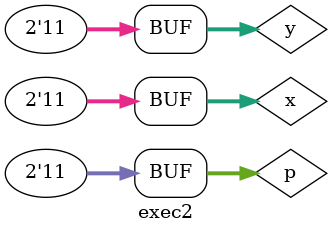
<source format=v>

module S1 ( output[1:0]m,
            input[1:0]n,
            input[1:0]o );
				
assign m = n | o;
endmodule

module S2 ( output[1:0]r,
            input[1:0]s,
            input[1:0]t );
				
assign r = s & t;
endmodule

module S3 ( output[1:0]d,
            input[1:0]e,
            input[1:0]f );
				
assign d = e & f;
endmodule

module S4 ( output[1:0]g,
            input[1:0]h,
            input[1:0]i );
				
assign g = h & i;
endmodule

module S5 ( output[1:0]a,
            input[1:0]b,
            input[1:0]c );
				
assign a = b | c;
endmodule

//-- Registradores

module exec2;

reg	[1:0] x; 
reg	[1:0] y; 
wire	[1:0] z;
wire	[1:0] w;
wire	[1:0] j;
wire	[1:0] k;
wire	[1:0] l;
reg	[1:0] p; //-- chave(00)

 
S1 modulo1(w, x, y);//-- OR
S2 modulo2(z, x, y);//-- AND

S3 modulo3(j, w, ~p);
S4 modulo4(k, z,p);

S5 modulo5(l, j, k);
 
initial begin:start
p=2'b00; x=00; y=00;
end

initial begin 
$display("Miller - 449048"); 
$display("Guia 3 - Exercicio 2");
$display("Teste: Chave 00 = OR");
$display("");
$monitor(" OR( %b | %b ) = %b", x, y, l);
#1	x=2'b00; y=2'b01;
#1	x=2'b10; y=2'b01;
#1	x=2'b01; y=2'b01;
#1	x=2'b10; y=2'b00;
#1	x=2'b00; y=2'b11;
#1	x=2'b11; y=2'b01;
#1	x=2'b10; y=2'b10;
#1	x=2'b11; y=2'b11;
#1

$display("");
$display("Teste: Chave 11 = AND");
$display("");
#2 p=2'b11; x=00; y=00;
$monitor(" AND( %b & %b ) = %b", x, y, l);

#2	x=2'b00; y=2'b01;
#2	x=2'b10; y=2'b01;
#2	x=2'b01; y=2'b01;
#2	x=2'b10; y=2'b00;
#2	x=2'b00; y=2'b11;
#2	x=2'b11; y=2'b01;
#2	x=2'b10; y=2'b10;
#2	x=2'b11; y=2'b11;


end 
endmodule
</source>
